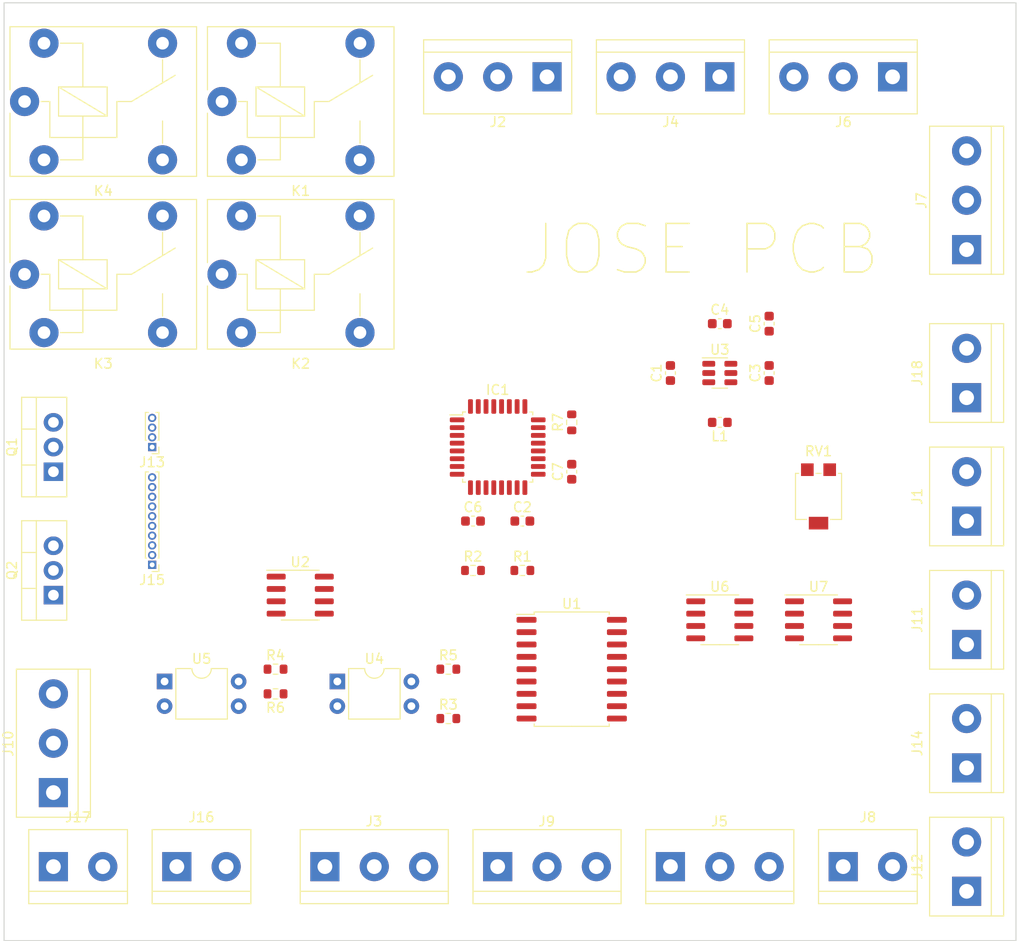
<source format=kicad_pcb>
(kicad_pcb (version 20211014) (generator pcbnew)
  (layers (0 "F.Cu" signal) (31 "B.Cu" signal) (34 "B.Paste" user) (35 "F.Paste" user) (36 "B.SilkS" user "B.Silkscreen") (37 "F.SilkS" user "F.Silkscreen") (38 "B.Mask" user) (39 "F.Mask" user) (44 "Edge.Cuts" user))
  (net 0 "")
  (net 1 "+12V")
  (net 2 "GND")
  (net 3 "TDS")
  (net 4 "Net-(C3-Pad1)")
  (net 5 "Net-(C3-Pad2)")
  (net 6 "+5V")
  (net 7 "PH")
  (net 10 "TX")
  (net 11 "RX")
  (net 12 "SDA")
  (net 13 "SCL")
  (net 15 "Rele1")
  (net 16 "Rele2")
  (net 17 "Rele3")
  (net 18 "Rele4")
  (net 19 "DHT11")
  (net 20 "ADC")
  (net 23 "LUZ_A")
  (net 24 "LUZ_B")
  (net 25 "Bomba2")
  (net 26 "Bomba1")
  (net 31 "Aux1")
  (net 32 "Aux2")
  (net 33 "Net-(J2-Pad1)")
  (net 34 "Net-(J2-Pad2)")
  (net 35 "Net-(J2-Pad3)")
  (net 36 "Net-(J3-Pad1)")
  (net 37 "Net-(J3-Pad2)")
  (net 38 "Net-(J4-Pad1)")
  (net 39 "Net-(J4-Pad2)")
  (net 40 "Net-(J4-Pad3)")
  (net 41 "Net-(J5-Pad3)")
  (net 42 "Net-(J6-Pad1)")
  (net 43 "Net-(J6-Pad2)")
  (net 44 "Net-(J6-Pad3)")
  (net 45 "Net-(J7-Pad1)")
  (net 46 "Net-(J7-Pad2)")
  (net 47 "Net-(J7-Pad3)")
  (net 48 "Net-(J9-Pad3)")
  (net 49 "Dht11")
  (net 50 "Net-(K1-PadA2)")
  (net 51 "Net-(K2-PadA2)")
  (net 52 "Net-(K3-PadA2)")
  (net 53 "Net-(K4-PadA2)")
  (net 54 "Net-(Q1-Pad1)")
  (net 55 "Net-(Q2-Pad1)")
  (net 56 "Nivel_bajo")
  (net 57 "Nivel_alto")
  (net 58 "Net-(R5-Pad1)")
  (net 59 "Net-(R6-Pad1)")
  (net 60 "Digital")
  (net 61 "Digital_1")
  (net 62 "ldr")
  (net 63 "Net-(J16-Pad1)")
  (net 64 "Net-(J17-Pad1)")
  (net 68 "Luz_A")
  (net 69 "Luz_B")
  (net 71 "Net-(J1-Pad1)")
  (net 72 "Net-(J11-Pad1)")
  (net 73 "Net-(J12-Pad1)")
  (net 74 "Net-(J14-Pad1)")
  (net 75 "Net-(J18-Pad1)")
  (net 76 "Net-(R1-Pad1)")
  (net 77 "Net-(R2-Pad1)")
  (net 78 "Net-(R7-Pad1)")
  (footprint "Package_SO:SOIC-8_3.9x4.9mm_P1.27mm" (layer "F.Cu") (at 121.92 109.22)
    (fp_text reference "U2" (at 0 -3.4) (layer "F.SilkS"))
    (fp_text value "MIC4427")
    (pad "1" smd roundrect (at -2.475 -1.905) (size 1.95 0.6) (layers "F.Cu" "F.Paste" "F.Mask"))
    (pad "2" smd roundrect (at -2.475 -0.635) (size 1.95 0.6) (layers "F.Cu" "F.Paste" "F.Mask") (net 68 "Luz_A"))
    (pad "3" smd roundrect (at -2.475 0.635) (size 1.95 0.6) (layers "F.Cu" "F.Paste" "F.Mask") (net 2 "GND"))
    (pad "4" smd roundrect (at -2.475 1.905) (size 1.95 0.6) (layers "F.Cu" "F.Paste" "F.Mask") (net 69 "Luz_B"))
    (pad "5" smd roundrect (at 2.475 1.905) (size 1.95 0.6) (layers "F.Cu" "F.Paste" "F.Mask") (net 55 "Net-(Q2-Pad1)"))
    (pad "6" smd roundrect (at 2.475 0.635) (size 1.95 0.6) (layers "F.Cu" "F.Paste" "F.Mask") (net 6 "+5V"))
    (pad "7" smd roundrect (at 2.475 -0.635) (size 1.95 0.6) (layers "F.Cu" "F.Paste" "F.Mask") (net 54 "Net-(Q1-Pad1)"))
    (pad "8" smd roundrect (at 2.475 -1.905) (size 1.95 0.6) (layers "F.Cu" "F.Paste" "F.Mask"))
  )
  (footprint "TerminalBlock:TerminalBlock_bornier-2_P5.08mm" (layer "F.Cu") (at 190.5 114.3 90)
    (fp_text reference "J11" (at 2.54 -5.08 90) (layer "F.SilkS"))
    (fp_text value "Bomba2")
    (pad "1" thru_hole rect (at 0 0 90) (size 3 3) (drill 1.52) (layers *.Cu *.Mask) (net 72 "Net-(J11-Pad1)"))
    (pad "2" thru_hole circle (at 5.08 0 90) (size 3 3) (drill 1.52) (layers *.Cu *.Mask) (net 1 "+12V"))
  )
  (footprint "Potentiometer_SMD:Potentiometer_Bourns_3314G_Vertical" (layer "F.Cu") (at 175.26 99.06)
    (fp_text reference "RV1" (at 0 -4.65) (layer "F.SilkS"))
    (fp_text value "R_Potentiometer")
    (pad "1" smd rect (at 1.15 -2.75) (size 1.3 1.3) (layers "F.Cu" "F.Paste" "F.Mask") (net 75 "Net-(J18-Pad1)"))
    (pad "2" smd rect (at 0 2.75) (size 2 1.3) (layers "F.Cu" "F.Paste" "F.Mask") (net 2 "GND"))
    (pad "3" smd rect (at -1.15 -2.75) (size 1.3 1.3) (layers "F.Cu" "F.Paste" "F.Mask") (net 2 "GND"))
  )
  (footprint "Relay_THT:Relay_SPDT_Finder_36.11" (layer "F.Cu") (at 93.55 76.2)
    (fp_text reference "K3" (at 8.1 9.2) (layer "F.SilkS"))
    (fp_text value "FINDER-36.11")
    (pad "11" thru_hole circle (at 0 0) (size 3 3) (drill 1.3) (layers *.Cu *.Mask) (net 44 "Net-(J6-Pad3)"))
    (pad "12" thru_hole circle (at 14.2 -6) (size 3 3) (drill 1.3) (layers *.Cu *.Mask) (net 42 "Net-(J6-Pad1)"))
    (pad "14" thru_hole circle (at 14.2 6) (size 3 3) (drill 1.3) (layers *.Cu *.Mask) (net 43 "Net-(J6-Pad2)"))
    (pad "A1" thru_hole circle (at 2 6) (size 3 3) (drill 1.3) (layers *.Cu *.Mask) (net 2 "GND"))
    (pad "A2" thru_hole circle (at 2 -6) (size 3 3) (drill 1.3) (layers *.Cu *.Mask) (net 52 "Net-(K3-PadA2)"))
  )
  (footprint "Relay_THT:Relay_SPDT_Finder_36.11" (layer "F.Cu") (at 93.55 58.42)
    (fp_text reference "K4" (at 8.1 9.2) (layer "F.SilkS"))
    (fp_text value "FINDER-36.11")
    (pad "11" thru_hole circle (at 0 0) (size 3 3) (drill 1.3) (layers *.Cu *.Mask) (net 47 "Net-(J7-Pad3)"))
    (pad "12" thru_hole circle (at 14.2 -6) (size 3 3) (drill 1.3) (layers *.Cu *.Mask) (net 45 "Net-(J7-Pad1)"))
    (pad "14" thru_hole circle (at 14.2 6) (size 3 3) (drill 1.3) (layers *.Cu *.Mask) (net 46 "Net-(J7-Pad2)"))
    (pad "A1" thru_hole circle (at 2 6) (size 3 3) (drill 1.3) (layers *.Cu *.Mask) (net 2 "GND"))
    (pad "A2" thru_hole circle (at 2 -6) (size 3 3) (drill 1.3) (layers *.Cu *.Mask) (net 53 "Net-(K4-PadA2)"))
  )
  (footprint "TerminalBlock:TerminalBlock_bornier-3_P5.08mm" (layer "F.Cu") (at 142.24 137.16)
    (fp_text reference "J9" (at 5.05 -4.65) (layer "F.SilkS"))
    (fp_text value "PH")
    (pad "1" thru_hole rect (at 0 0) (size 3 3) (drill 1.52) (layers *.Cu *.Mask) (net 2 "GND"))
    (pad "2" thru_hole circle (at 5.08 0) (size 3 3) (drill 1.52) (layers *.Cu *.Mask) (net 6 "+5V"))
    (pad "3" thru_hole circle (at 10.16 0) (size 3 3) (drill 1.52) (layers *.Cu *.Mask) (net 48 "Net-(J9-Pad3)"))
  )
  (footprint "Capacitor_SMD:C_0603_1608Metric" (layer "F.Cu") (at 165.1 81.28)
    (fp_text reference "C4" (at 0 -1.43) (layer "F.SilkS"))
    (fp_text value "22uF")
    (pad "1" smd roundrect (at -0.775 0) (size 0.9 0.95) (layers "F.Cu" "F.Paste" "F.Mask") (net 6 "+5V"))
    (pad "2" smd roundrect (at 0.775 0) (size 0.9 0.95) (layers "F.Cu" "F.Paste" "F.Mask") (net 2 "GND"))
  )
  (footprint "Resistor_SMD:R_0603_1608Metric" (layer "F.Cu") (at 119.38 116.84)
    (fp_text reference "R4" (at 0 -1.43) (layer "F.SilkS"))
    (fp_text value "5k")
    (pad "1" smd roundrect (at -0.825 0) (size 0.8 0.95) (layers "F.Cu" "F.Paste" "F.Mask"))
    (pad "2" smd roundrect (at 0.825 0) (size 0.8 0.95) (layers "F.Cu" "F.Paste" "F.Mask") (net 57 "Nivel_alto"))
  )
  (footprint "Connector_PinHeader_1.00mm:PinHeader_1x04_P1.00mm_Vertical" (layer "F.Cu") (at 106.68 93.98 180)
    (fp_text reference "J13" (at 0 -1.56) (layer "F.SilkS"))
    (fp_text value "LCD")
    (pad "1" thru_hole rect (at 0 0 180) (size 0.85 0.85) (drill 0.5) (layers *.Cu *.Mask) (net 6 "+5V"))
    (pad "2" thru_hole oval (at 0 1 180) (size 0.85 0.85) (drill 0.5) (layers *.Cu *.Mask) (net 2 "GND"))
    (pad "3" thru_hole oval (at 0 2 180) (size 0.85 0.85) (drill 0.5) (layers *.Cu *.Mask) (net 12 "SDA"))
    (pad "4" thru_hole oval (at 0 3 180) (size 0.85 0.85) (drill 0.5) (layers *.Cu *.Mask) (net 13 "SCL"))
  )
  (footprint "Resistor_SMD:R_0603_1608Metric" (layer "F.Cu") (at 119.38 119.38 180)
    (fp_text reference "R6" (at 0 -1.43) (layer "F.SilkS"))
    (fp_text value "1k")
    (pad "1" smd roundrect (at -0.825 0 180) (size 0.8 0.95) (layers "F.Cu" "F.Paste" "F.Mask") (net 59 "Net-(R6-Pad1)"))
    (pad "2" smd roundrect (at 0.825 0 180) (size 0.8 0.95) (layers "F.Cu" "F.Paste" "F.Mask") (net 64 "Net-(J17-Pad1)"))
  )
  (footprint "TerminalBlock:TerminalBlock_bornier-2_P5.08mm" (layer "F.Cu") (at 190.5 139.7 90)
    (fp_text reference "J12" (at 2.54 -5.08 90) (layer "F.SilkS"))
    (fp_text value "Aux1")
    (pad "1" thru_hole rect (at 0 0 90) (size 3 3) (drill 1.52) (layers *.Cu *.Mask) (net 73 "Net-(J12-Pad1)"))
    (pad "2" thru_hole circle (at 5.08 0 90) (size 3 3) (drill 1.52) (layers *.Cu *.Mask) (net 1 "+12V"))
  )
  (footprint "Capacitor_SMD:C_0603_1608Metric" (layer "F.Cu") (at 144.78 101.6)
    (fp_text reference "C2" (at 0 -1.43) (layer "F.SilkS"))
    (fp_text value "100nF")
    (pad "1" smd roundrect (at -0.775 0) (size 0.9 0.95) (layers "F.Cu" "F.Paste" "F.Mask") (net 3 "TDS"))
    (pad "2" smd roundrect (at 0.775 0) (size 0.9 0.95) (layers "F.Cu" "F.Paste" "F.Mask") (net 2 "GND"))
  )
  (footprint "Package_SO:SOIC-8_3.9x4.9mm_P1.27mm" (layer "F.Cu") (at 165.1 111.76)
    (fp_text reference "U6" (at 0 -3.4) (layer "F.SilkS"))
    (fp_text value "LM358")
    (pad "1" smd roundrect (at -2.475 -1.905) (size 1.95 0.6) (layers "F.Cu" "F.Paste" "F.Mask") (net 76 "Net-(R1-Pad1)"))
    (pad "2" smd roundrect (at -2.475 -0.635) (size 1.95 0.6) (layers "F.Cu" "F.Paste" "F.Mask") (net 76 "Net-(R1-Pad1)"))
    (pad "3" smd roundrect (at -2.475 0.635) (size 1.95 0.6) (layers "F.Cu" "F.Paste" "F.Mask") (net 41 "Net-(J5-Pad3)"))
    (pad "4" smd roundrect (at -2.475 1.905) (size 1.95 0.6) (layers "F.Cu" "F.Paste" "F.Mask") (net 2 "GND"))
    (pad "5" smd roundrect (at 2.475 1.905) (size 1.95 0.6) (layers "F.Cu" "F.Paste" "F.Mask"))
    (pad "6" smd roundrect (at 2.475 0.635) (size 1.95 0.6) (layers "F.Cu" "F.Paste" "F.Mask"))
    (pad "7" smd roundrect (at 2.475 -0.635) (size 1.95 0.6) (layers "F.Cu" "F.Paste" "F.Mask"))
    (pad "8" smd roundrect (at 2.475 -1.905) (size 1.95 0.6) (layers "F.Cu" "F.Paste" "F.Mask") (net 6 "+5V"))
  )
  (footprint "TerminalBlock:TerminalBlock_bornier-3_P5.08mm" (layer "F.Cu") (at 182.88 55.88 180)
    (fp_text reference "J6" (at 5.05 -4.65) (layer "F.SilkS"))
    (fp_text value "Rele3")
    (pad "1" thru_hole rect (at 0 0 180) (size 3 3) (drill 1.52) (layers *.Cu *.Mask) (net 42 "Net-(J6-Pad1)"))
    (pad "2" thru_hole circle (at 5.08 0 180) (size 3 3) (drill 1.52) (layers *.Cu *.Mask) (net 43 "Net-(J6-Pad2)"))
    (pad "3" thru_hole circle (at 10.16 0 180) (size 3 3) (drill 1.52) (layers *.Cu *.Mask) (net 44 "Net-(J6-Pad3)"))
  )
  (footprint "Capacitor_SMD:C_0603_1608Metric" (layer "F.Cu") (at 149.86 96.52 90)
    (fp_text reference "C7" (at 0 -1.43 90) (layer "F.SilkS"))
    (fp_text value "100nF")
    (pad "1" smd roundrect (at -0.775 0 90) (size 0.9 0.95) (layers "F.Cu" "F.Paste" "F.Mask") (net 62 "ldr"))
    (pad "2" smd roundrect (at 0.775 0 90) (size 0.9 0.95) (layers "F.Cu" "F.Paste" "F.Mask") (net 2 "GND"))
  )
  (footprint "TerminalBlock:TerminalBlock_bornier-2_P5.08mm" (layer "F.Cu") (at 177.8 137.16)
    (fp_text reference "J8" (at 2.54 -5.08) (layer "F.SilkS"))
    (fp_text value "ENTRADA")
    (pad "1" thru_hole rect (at 0 0) (size 3 3) (drill 1.52) (layers *.Cu *.Mask) (net 1 "+12V"))
    (pad "2" thru_hole circle (at 5.08 0) (size 3 3) (drill 1.52) (layers *.Cu *.Mask) (net 2 "GND"))
  )
  (footprint "Capacitor_SMD:C_0603_1608Metric" (layer "F.Cu") (at 170.18 81.28 90)
    (fp_text reference "C5" (at 0 -1.43 90) (layer "F.SilkS"))
    (fp_text value "22uF")
    (pad "1" smd roundrect (at -0.775 0 90) (size 0.9 0.95) (layers "F.Cu" "F.Paste" "F.Mask") (net 6 "+5V"))
    (pad "2" smd roundrect (at 0.775 0 90) (size 0.9 0.95) (layers "F.Cu" "F.Paste" "F.Mask") (net 2 "GND"))
  )
  (footprint "TerminalBlock:TerminalBlock_bornier-3_P5.08mm" (layer "F.Cu") (at 165.1 55.88 180)
    (fp_text reference "J4" (at 5.05 -4.65) (layer "F.SilkS"))
    (fp_text value "Rele2")
    (pad "1" thru_hole rect (at 0 0 180) (size 3 3) (drill 1.52) (layers *.Cu *.Mask) (net 38 "Net-(J4-Pad1)"))
    (pad "2" thru_hole circle (at 5.08 0 180) (size 3 3) (drill 1.52) (layers *.Cu *.Mask) (net 39 "Net-(J4-Pad2)"))
    (pad "3" thru_hole circle (at 10.16 0 180) (size 3 3) (drill 1.52) (layers *.Cu *.Mask) (net 40 "Net-(J4-Pad3)"))
  )
  (footprint "TerminalBlock:TerminalBlock_bornier-3_P5.08mm" (layer "F.Cu") (at 147.32 55.88 180)
    (fp_text reference "J2" (at 5.05 -4.65) (layer "F.SilkS"))
    (fp_text value "Rele1")
    (pad "1" thru_hole rect (at 0 0 180) (size 3 3) (drill 1.52) (layers *.Cu *.Mask) (net 33 "Net-(J2-Pad1)"))
    (pad "2" thru_hole circle (at 5.08 0 180) (size 3 3) (drill 1.52) (layers *.Cu *.Mask) (net 34 "Net-(J2-Pad2)"))
    (pad "3" thru_hole circle (at 10.16 0 180) (size 3 3) (drill 1.52) (layers *.Cu *.Mask) (net 35 "Net-(J2-Pad3)"))
  )
  (footprint "TerminalBlock:TerminalBlock_bornier-2_P5.08mm" (layer "F.Cu") (at 190.5 88.9 90)
    (fp_text reference "J18" (at 2.54 -5.08 90) (layer "F.SilkS"))
    (fp_text value "LDR")
    (pad "1" thru_hole rect (at 0 0 90) (size 3 3) (drill 1.52) (layers *.Cu *.Mask) (net 75 "Net-(J18-Pad1)"))
    (pad "2" thru_hole circle (at 5.08 0 90) (size 3 3) (drill 1.52) (layers *.Cu *.Mask) (net 6 "+5V"))
  )
  (footprint "Package_DIP:DIP-4_W7.62mm" (layer "F.Cu") (at 107.96 118.105)
    (fp_text reference "U5" (at 3.81 -2.33) (layer "F.SilkS"))
    (fp_text value "PC817")
    (pad "1" thru_hole rect (at 0 0) (size 1.6 1.6) (drill 0.8) (layers *.Cu *.Mask) (net 59 "Net-(R6-Pad1)"))
    (pad "2" thru_hole oval (at 0 2.54) (size 1.6 1.6) (drill 0.8) (layers *.Cu *.Mask) (net 2 "GND"))
    (pad "3" thru_hole oval (at 7.62 2.54) (size 1.6 1.6) (drill 0.8) (layers *.Cu *.Mask) (net 2 "GND"))
    (pad "4" thru_hole oval (at 7.62 0) (size 1.6 1.6) (drill 0.8) (layers *.Cu *.Mask) (net 57 "Nivel_alto"))
  )
  (footprint "Resistor_SMD:R_0603_1608Metric" (layer "F.Cu") (at 137.16 121.92)
    (fp_text reference "R3" (at 0 -1.43) (layer "F.SilkS"))
    (fp_text value "5k")
    (pad "1" smd roundrect (at -0.825 0) (size 0.8 0.95) (layers "F.Cu" "F.Paste" "F.Mask"))
    (pad "2" smd roundrect (at 0.825 0) (size 0.8 0.95) (layers "F.Cu" "F.Paste" "F.Mask") (net 56 "Nivel_bajo"))
  )
  (footprint "Package_SO:SOIC-18W_7.5x11.6mm_P1.27mm" (layer "F.Cu") (at 149.86 116.84)
    (fp_text reference "U1" (at 0 -6.72) (layer "F.SilkS"))
    (fp_text value "ULN2803A")
    (pad "1" smd roundrect (at -4.65 -5.08) (size 2.05 0.6) (layers "F.Cu" "F.Paste" "F.Mask") (net 15 "Rele1"))
    (pad "2" smd roundrect (at -4.65 -3.81) (size 2.05 0.6) (layers "F.Cu" "F.Paste" "F.Mask") (net 16 "Rele2"))
    (pad "3" smd roundrect (at -4.65 -2.54) (size 2.05 0.6) (layers "F.Cu" "F.Paste" "F.Mask") (net 17 "Rele3"))
    (pad "4" smd roundrect (at -4.65 -1.27) (size 2.05 0.6) (layers "F.Cu" "F.Paste" "F.Mask") (net 18 "Rele4"))
    (pad "5" smd roundrect (at -4.65 0) (size 2.05 0.6) (layers "F.Cu" "F.Paste" "F.Mask") (net 26 "Bomba1"))
    (pad "6" smd roundrect (at -4.65 1.27) (size 2.05 0.6) (layers "F.Cu" "F.Paste" "F.Mask") (net 25 "Bomba2"))
    (pad "7" smd roundrect (at -4.65 2.54) (size 2.05 0.6) (layers "F.Cu" "F.Paste" "F.Mask") (net 31 "Aux1"))
    (pad "8" smd roundrect (at -4.65 3.81) (size 2.05 0.6) (layers "F.Cu" "F.Paste" "F.Mask") (net 32 "Aux2"))
    (pad "9" smd roundrect (at -4.65 5.08) (size 2.05 0.6) (layers "F.Cu" "F.Paste" "F.Mask") (net 2 "GND"))
    (pad "10" smd roundrect (at 4.65 5.08) (size 2.05 0.6) (layers "F.Cu" "F.Paste" "F.Mask") (net 1 "+12V"))
    (pad "11" smd roundrect (at 4.65 3.81) (size 2.05 0.6) (layers "F.Cu" "F.Paste" "F.Mask") (net 74 "Net-(J14-Pad1)"))
    (pad "12" smd roundrect (at 4.65 2.54) (size 2.05 0.6) (layers "F.Cu" "F.Paste" "F.Mask") (net 73 "Net-(J12-Pad1)"))
    (pad "13" smd roundrect (at 4.65 1.27) (size 2.05 0.6) (layers "F.Cu" "F.Paste" "F.Mask") (net 72 "Net-(J11-Pad1)"))
    (pad "14" smd roundrect (at 4.65 0) (size 2.05 0.6) (layers "F.Cu" "F.Paste" "F.Mask") (net 71 "Net-(J1-Pad1)"))
    (pad "15" smd roundrect (at 4.65 -1.27) (size 2.05 0.6) (layers "F.Cu" "F.Paste" "F.Mask") (net 53 "Net-(K4-PadA2)"))
    (pad "16" smd roundrect (at 4.65 -2.54) (size 2.05 0.6) (layers "F.Cu" "F.Paste" "F.Mask") (net 52 "Net-(K3-PadA2)"))
    (pad "17" smd roundrect (at 4.65 -3.81) (size 2.05 0.6) (layers "F.Cu" "F.Paste" "F.Mask") (net 51 "Net-(K2-PadA2)"))
    (pad "18" smd roundrect (at 4.65 -5.08) (size 2.05 0.6) (layers "F.Cu" "F.Paste" "F.Mask") (net 50 "Net-(K1-PadA2)"))
  )
  (footprint "Package_TO_SOT_THT:TO-220-3_Vertical" (layer "F.Cu") (at 96.52 109.22 90)
    (fp_text reference "Q2" (at 2.54 -4.27 90) (layer "F.SilkS"))
    (fp_text value "IRF3205")
    (pad "1" thru_hole rect (at 0 0 90) (size 1.905 2) (drill 1.1) (layers *.Cu *.Mask) (net 55 "Net-(Q2-Pad1)"))
    (pad "2" thru_hole oval (at 2.54 0 90) (size 1.905 2) (drill 1.1) (layers *.Cu *.Mask) (net 37 "Net-(J3-Pad2)"))
    (pad "3" thru_hole oval (at 5.08 0 90) (size 1.905 2) (drill 1.1) (layers *.Cu *.Mask) (net 2 "GND"))
  )
  (footprint "Resistor_SMD:R_0603_1608Metric" (layer "F.Cu") (at 149.86 91.44 90)
    (fp_text reference "R7" (at 0 -1.43 90) (layer "F.SilkS"))
    (fp_text value "1k")
    (pad "1" smd roundrect (at -0.825 0 90) (size 0.8 0.95) (layers "F.Cu" "F.Paste" "F.Mask") (net 78 "Net-(R7-Pad1)"))
    (pad "2" smd roundrect (at 0.825 0 90) (size 0.8 0.95) (layers "F.Cu" "F.Paste" "F.Mask") (net 62 "ldr"))
  )
  (footprint "Package_TO_SOT_THT:TO-220-3_Vertical" (layer "F.Cu") (at 96.52 96.52 90)
    (fp_text reference "Q1" (at 2.54 -4.27 90) (layer "F.SilkS"))
    (fp_text value "IRF3205")
    (pad "1" thru_hole rect (at 0 0 90) (size 1.905 2) (drill 1.1) (layers *.Cu *.Mask) (net 54 "Net-(Q1-Pad1)"))
    (pad "2" thru_hole oval (at 2.54 0 90) (size 1.905 2) (drill 1.1) (layers *.Cu *.Mask) (net 36 "Net-(J3-Pad1)"))
    (pad "3" thru_hole oval (at 5.08 0 90) (size 1.905 2) (drill 1.1) (layers *.Cu *.Mask) (net 2 "GND"))
  )
  (footprint "Resistor_SMD:R_0603_1608Metric" (layer "F.Cu") (at 139.7 106.68)
    (fp_text reference "R2" (at 0 -1.43) (layer "F.SilkS"))
    (fp_text value "1k")
    (pad "1" smd roundrect (at -0.825 0) (size 0.8 0.95) (layers "F.Cu" "F.Paste" "F.Mask") (net 77 "Net-(R2-Pad1)"))
    (pad "2" smd roundrect (at 0.825 0) (size 0.8 0.95) (layers "F.Cu" "F.Paste" "F.Mask") (net 7 "PH"))
  )
  (footprint "Capacitor_SMD:C_0603_1608Metric" (layer "F.Cu") (at 139.7 101.6)
    (fp_text reference "C6" (at 0 -1.43) (layer "F.SilkS"))
    (fp_text value "100nF")
    (pad "1" smd roundrect (at -0.775 0) (size 0.9 0.95) (layers "F.Cu" "F.Paste" "F.Mask") (net 7 "PH"))
    (pad "2" smd roundrect (at 0.775 0) (size 0.9 0.95) (layers "F.Cu" "F.Paste" "F.Mask") (net 2 "GND"))
  )
  (footprint "TerminalBlock:TerminalBlock_bornier-2_P5.08mm" (layer "F.Cu") (at 190.5 127 90)
    (fp_text reference "J14" (at 2.54 -5.08 90) (layer "F.SilkS"))
    (fp_text value "Aux2")
    (pad "1" thru_hole rect (at 0 0 90) (size 3 3) (drill 1.52) (layers *.Cu *.Mask) (net 74 "Net-(J14-Pad1)"))
    (pad "2" thru_hole circle (at 5.08 0 90) (size 3 3) (drill 1.52) (layers *.Cu *.Mask) (net 1 "+12V"))
  )
  (footprint "TerminalBlock:TerminalBlock_bornier-3_P5.08mm" (layer "F.Cu") (at 190.5 73.66 90)
    (fp_text reference "J7" (at 5.05 -4.65 90) (layer "F.SilkS"))
    (fp_text value "Rele4")
    (pad "1" thru_hole rect (at 0 0 90) (size 3 3) (drill 1.52) (layers *.Cu *.Mask) (net 45 "Net-(J7-Pad1)"))
    (pad "2" thru_hole circle (at 5.08 0 90) (size 3 3) (drill 1.52) (layers *.Cu *.Mask) (net 46 "Net-(J7-Pad2)"))
    (pad "3" thru_hole circle (at 10.16 0 90) (size 3 3) (drill 1.52) (layers *.Cu *.Mask) (net 47 "Net-(J7-Pad3)"))
  )
  (footprint "TerminalBlock:TerminalBlock_bornier-3_P5.08mm" (layer "F.Cu") (at 96.52 129.54 90)
    (fp_text reference "J10" (at 5.05 -4.65 90) (layer "F.SilkS"))
    (fp_text value "DHT11")
    (pad "1" thru_hole rect (at 0 0 90) (size 3 3) (drill 1.52) (layers *.Cu *.Mask) (net 49 "Dht11"))
    (pad "2" thru_hole circle (at 5.08 0 90) (size 3 3) (drill 1.52) (layers *.Cu *.Mask) (net 6 "+5V"))
    (pad "3" thru_hole circle (at 10.16 0 90) (size 3 3) (drill 1.52) (layers *.Cu *.Mask) (net 2 "GND"))
  )
  (footprint "Package_DIP:DIP-4_W7.62mm" (layer "F.Cu") (at 125.74 118.105)
    (fp_text reference "U4" (at 3.81 -2.33) (layer "F.SilkS"))
    (fp_text value "PC817")
    (pad "1" thru_hole rect (at 0 0) (size 1.6 1.6) (drill 0.8) (layers *.Cu *.Mask) (net 58 "Net-(R5-Pad1)"))
    (pad "2" thru_hole oval (at 0 2.54) (size 1.6 1.6) (drill 0.8) (layers *.Cu *.Mask) (net 2 "GND"))
    (pad "3" thru_hole oval (at 7.62 2.54) (size 1.6 1.6) (drill 0.8) (layers *.Cu *.Mask) (net 2 "GND"))
    (pad "4" thru_hole oval (at 7.62 0) (size 1.6 1.6) (drill 0.8) (layers *.Cu *.Mask) (net 56 "Nivel_bajo"))
  )
  (footprint "Inductor_SMD:L_0603_1608Metric" (layer "F.Cu") (at 165.1 91.44 180)
    (fp_text reference "L1" (at 0 -1.43) (layer "F.SilkS"))
    (fp_text value "L")
    (pad "1" smd roundrect (at -0.7875 0 180) (size 0.875 0.95) (layers "F.Cu" "F.Paste" "F.Mask") (net 4 "Net-(C3-Pad1)"))
    (pad "2" smd roundrect (at 0.7875 0 180) (size 0.875 0.95) (layers "F.Cu" "F.Paste" "F.Mask") (net 6 "+5V"))
  )
  (footprint "TerminalBlock:TerminalBlock_bornier-3_P5.08mm" (layer "F.Cu") (at 160.02 137.16)
    (fp_text reference "J5" (at 5.05 -4.65) (layer "F.SilkS"))
    (fp_text value "TDS")
    (pad "1" thru_hole rect (at 0 0) (size 3 3) (drill 1.52) (layers *.Cu *.Mask) (net 2 "GND"))
    (pad "2" thru_hole circle (at 5.08 0) (size 3 3) (drill 1.52) (layers *.Cu *.Mask) (net 6 "+5V"))
    (pad "3" thru_hole circle (at 10.16 0) (size 3 3) (drill 1.52) (layers *.Cu *.Mask) (net 41 "Net-(J5-Pad3)"))
  )
  (footprint "Relay_THT:Relay_SPDT_Finder_36.11" (layer "F.Cu") (at 113.87 58.42)
    (fp_text reference "K1" (at 8.1 9.2) (layer "F.SilkS"))
    (fp_text value "FINDER-36.11")
    (pad "11" thru_hole circle (at 0 0) (size 3 3) (drill 1.3) (layers *.Cu *.Mask) (net 35 "Net-(J2-Pad3)"))
    (pad "12" thru_hole circle (at 14.2 -6) (size 3 3) (drill 1.3) (layers *.Cu *.Mask) (net 33 "Net-(J2-Pad1)"))
    (pad "14" thru_hole circle (at 14.2 6) (size 3 3) (drill 1.3) (layers *.Cu *.Mask) (net 34 "Net-(J2-Pad2)"))
    (pad "A1" thru_hole circle (at 2 6) (size 3 3) (drill 1.3) (layers *.Cu *.Mask) (net 2 "GND"))
    (pad "A2" thru_hole circle (at 2 -6) (size 3 3) (drill 1.3) (layers *.Cu *.Mask) (net 50 "Net-(K1-PadA2)"))
  )
  (footprint "Capacitor_SMD:C_0603_1608Metric" (layer "F.Cu") (at 170.18 86.36 90)
    (fp_text reference "C3" (at 0 -1.43 90) (layer "F.SilkS"))
    (fp_text value "100nF")
    (pad "1" smd roundrect (at -0.775 0 90) (size 0.9 0.95) (layers "F.Cu" "F.Paste" "F.Mask") (net 4 "Net-(C3-Pad1)"))
    (pad "2" smd roundrect (at 0.775 0 90) (size 0.9 0.95) (layers "F.Cu" "F.Paste" "F.Mask") (net 5 "Net-(C3-Pad2)"))
  )
  (footprint "Resistor_SMD:R_0603_1608Metric" (layer "F.Cu") (at 137.16 116.84)
    (fp_text reference "R5" (at 0 -1.43) (layer "F.SilkS"))
    (fp_text value "1k")
    (pad "1" smd roundrect (at -0.825 0) (size 0.8 0.95) (layers "F.Cu" "F.Paste" "F.Mask") (net 58 "Net-(R5-Pad1)"))
    (pad "2" smd roundrect (at 0.825 0) (size 0.8 0.95) (layers "F.Cu" "F.Paste" "F.Mask") (net 63 "Net-(J16-Pad1)"))
  )
  (footprint "Connector_PinHeader_1.00mm:PinHeader_1x10_P1.00mm_Vertical" (layer "F.Cu") (at 106.68 106.1 180)
    (fp_text reference "J15" (at 0 -1.56) (layer "F.SilkS"))
    (fp_text value "Expansion ")
    (pad "1" thru_hole rect (at 0 0 180) (size 0.85 0.85) (drill 0.5) (layers *.Cu *.Mask) (net 11 "RX"))
    (pad "2" thru_hole oval (at 0 1 180) (size 0.85 0.85) (drill 0.5) (layers *.Cu *.Mask) (net 10 "TX"))
    (pad "3" thru_hole oval (at 0 2 180) (size 0.85 0.85) (drill 0.5) (layers *.Cu *.Mask) (net 12 "SDA"))
    (pad "4" thru_hole oval (at 0 3 180) (size 0.85 0.85) (drill 0.5) (layers *.Cu *.Mask) (net 13 "SCL"))
    (pad "5" thru_hole oval (at 0 4 180) (size 0.85 0.85) (drill 0.5) (layers *.Cu *.Mask) (net 6 "+5V"))
    (pad "6" thru_hole oval (at 0 5 180) (size 0.85 0.85) (drill 0.5) (layers *.Cu *.Mask) (net 2 "GND"))
    (pad "7" thru_hole oval (at 0 6 180) (size 0.85 0.85) (drill 0.5) (layers *.Cu *.Mask) (net 2 "GND"))
    (pad "8" thru_hole oval (at 0 7 180) (size 0.85 0.85) (drill 0.5) (layers *.Cu *.Mask) (net 20 "ADC"))
    (pad "9" thru_hole oval (at 0 8 180) (size 0.85 0.85) (drill 0.5) (layers *.Cu *.Mask) (net 60 "Digital"))
    (pad "10" thru_hole oval (at 0 9 180) (size 0.85 0.85) (drill 0.5) (layers *.Cu *.Mask) (net 61 "Digital_1"))
  )
  (footprint "TerminalBlock:TerminalBlock_bornier-2_P5.08mm" (layer "F.Cu") (at 109.22 137.16)
    (fp_text reference "J16" (at 2.54 -5.08) (layer "F.SilkS"))
    (fp_text value "NIVEL BAJO")
    (pad "1" thru_hole rect (at 0 0) (size 3 3) (drill 1.52) (layers *.Cu *.Mask) (net 63 "Net-(J16-Pad1)"))
    (pad "2" thru_hole circle (at 5.08 0) (size 3 3) (drill 1.52) (layers *.Cu *.Mask) (net 6 "+5V"))
  )
  (footprint "Resistor_SMD:R_0603_1608Metric" (layer "F.Cu") (at 144.78 106.68)
    (fp_text reference "R1" (at 0 -1.43) (layer "F.SilkS"))
    (fp_text value "1k")
    (pad "1" smd roundrect (at -0.825 0) (size 0.8 0.95) (layers "F.Cu" "F.Paste" "F.Mask") (net 76 "Net-(R1-Pad1)"))
    (pad "2" smd roundrect (at 0.825 0) (size 0.8 0.95) (layers "F.Cu" "F.Paste" "F.Mask") (net 3 "TDS"))
  )
  (footprint "Relay_THT:Relay_SPDT_Finder_36.11" (layer "F.Cu") (at 113.87 76.2)
    (fp_text reference "K2" (at 8.1 9.2) (layer "F.SilkS"))
    (fp_text value "FINDER-36.11")
    (pad "11" thru_hole circle (at 0 0) (size 3 3) (drill 1.3) (layers *.Cu *.Mask) (net 40 "Net-(J4-Pad3)"))
    (pad "12" thru_hole circle (at 14.2 -6) (size 3 3) (drill 1.3) (layers *.Cu *.Mask) (net 38 "Net-(J4-Pad1)"))
    (pad "14" thru_hole circle (at 14.2 6) (size 3 3) (drill 1.3) (layers *.Cu *.Mask) (net 39 "Net-(J4-Pad2)"))
    (pad "A1" thru_hole circle (at 2 6) (size 3 3) (drill 1.3) (layers *.Cu *.Mask) (net 2 "GND"))
    (pad "A2" thru_hole circle (at 2 -6) (size 3 3) (drill 1.3) (layers *.Cu *.Mask) (net 51 "Net-(K2-PadA2)"))
  )
  (footprint "Package_QFP:LQFP-32_7x7mm_P0.8mm" (layer "F.Cu") (at 142.24 93.98)
    (fp_text reference "IC1" (at 0 -5.88) (layer "F.SilkS"))
    (fp_text value "MC9S08MP16xLC")
    (pad "1" smd roundrect (at -4.175 -2.8) (size 1.5 0.5) (layers "F.Cu" "F.Paste" "F.Mask") (net 56 "Nivel_bajo"))
    (pad "2" smd roundrect (at -4.175 -2) (size 1.5 0.5) (layers "F.Cu" "F.Paste" "F.Mask") (net 57 "Nivel_alto"))
    (pad "3" smd roundrect (at -4.175 -1.2) (size 1.5 0.5) (layers "F.Cu" "F.Paste" "F.Mask") (net 60 "Digital"))
    (pad "4" smd roundrect (at -4.175 -0.4) (size 1.5 0.5) (layers "F.Cu" "F.Paste" "F.Mask") (net 19 "DHT11"))
    (pad "5" smd roundrect (at -4.175 0.4) (size 1.5 0.5) (layers "F.Cu" "F.Paste" "F.Mask") (net 61 "Digital_1"))
    (pad "6" smd roundrect (at -4.175 1.2) (size 1.5 0.5) (layers "F.Cu" "F.Paste" "F.Mask"))
    (pad "7" smd roundrect (at -4.175 2) (size 1.5 0.5) (layers "F.Cu" "F.Paste" "F.Mask"))
    (pad "8" smd roundrect (at -4.175 2.8) (size 1.5 0.5) (layers "F.Cu" "F.Paste" "F.Mask") (net 10 "TX"))
    (pad "9" smd roundrect (at -2.8 4.175) (size 0.5 1.5) (layers "F.Cu" "F.Paste" "F.Mask") (net 11 "RX"))
    (pad "10" smd roundrect (at -2 4.175) (size 0.5 1.5) (layers "F.Cu" "F.Paste" "F.Mask") (net 12 "SDA"))
    (pad "11" smd roundrect (at -1.2 4.175) (size 0.5 1.5) (layers "F.Cu" "F.Paste" "F.Mask") (net 13 "SCL"))
    (pad "12" smd roundrect (at -0.4 4.175) (size 0.5 1.5) (layers "F.Cu" "F.Paste" "F.Mask"))
    (pad "13" smd roundrect (at 0.4 4.175) (size 0.5 1.5) (layers "F.Cu" "F.Paste" "F.Mask") (net 15 "Rele1"))
    (pad "14" smd roundrect (at 1.2 4.175) (size 0.5 1.5) (layers "F.Cu" "F.Paste" "F.Mask") (net 16 "Rele2"))
    (pad "15" smd roundrect (at 2 4.175) (size 0.5 1.5) (layers "F.Cu" "F.Paste" "F.Mask") (net 17 "Rele3"))
    (pad "16" smd roundrect (at 2.8 4.175) (size 0.5 1.5) (layers "F.Cu" "F.Paste" "F.Mask") (net 18 "Rele4"))
    (pad "17" smd roundrect (at 4.175 2.8) (size 1.5 0.5) (layers "F.Cu" "F.Paste" "F.Mask") (net 7 "PH"))
    (pad "18" smd roundrect (at 4.175 2) (size 1.5 0.5) (layers "F.Cu" "F.Paste" "F.Mask") (net 3 "TDS"))
    (pad "19" smd roundrect (at 4.175 1.2) (size 1.5 0.5) (layers "F.Cu" "F.Paste" "F.Mask") (net 62 "ldr"))
    (pad "20" smd roundrect (at 4.175 0.4) (size 1.5 0.5) (layers "F.Cu" "F.Paste" "F.Mask") (net 20 "ADC"))
    (pad "21" smd roundrect (at 4.175 -0.4) (size 1.5 0.5) (layers "F.Cu" "F.Paste" "F.Mask"))
    (pad "22" smd roundrect (at 4.175 -1.2) (size 1.5 0.5) (layers "F.Cu" "F.Paste" "F.Mask"))
    (pad "23" smd roundrect (at 4.175 -2) (size 1.5 0.5) (layers "F.Cu" "F.Paste" "F.Mask") (net 32 "Aux2"))
    (pad "24" smd roundrect (at 4.175 -2.8) (size 1.5 0.5) (layers "F.Cu" "F.Paste" "F.Mask") (net 31 "Aux1"))
    (pad "25" smd roundrect (at 2.8 -4.175) (size 0.5 1.5) (layers "F.Cu" "F.Paste" "F.Mask") (net 25 "Bomba2"))
    (pad "26" smd roundrect (at 2 -4.175) (size 0.5 1.5) (layers "F.Cu" "F.Paste" "F.Mask") (net 26 "Bomba1"))
    (pad "27" smd roundrect (at 1.2 -4.175) (size 0.5 1.5) (layers "F.Cu" "F.Paste" "F.Mask"))
    (pad "28" smd roundrect (at 0.4 -4.175) (size 0.5 1.5) (layers "F.Cu" "F.Paste" "F.Mask"))
    (pad "29" smd roundrect (at -0.4 -4.175) (size 0.5 1.5) (layers "F.Cu" "F.Paste" "F.Mask"))
    (pad "30" smd roundrect (at -1.2 -4.175) (size 0.5 1.5) (layers "F.Cu" "F.Paste" "F.Mask"))
    (pad "31" smd roundrect (at -2 -4.175) (size 0.5 1.5) (layers "F.Cu" "F.Paste" "F.Mask") (net 24 "LUZ_B"))
    (pad "32" smd roundrect (at -2.8 -4.175) (size 0.5 1.5) (layers "F.Cu" "F.Paste" "F.Mask") (net 23 "LUZ_A"))
  )
  (footprint "TerminalBlock:TerminalBlock_bornier-3_P5.08mm" (layer "F.Cu") (at 124.46 137.16)
    (fp_text reference "J3" (at 5.05 -4.65) (layer "F.SilkS"))
    (fp_text value "Luces")
    (pad "1" thru_hole rect (at 0 0) (size 3 3) (drill 1.52) (layers *.Cu *.Mask) (net 36 "Net-(J3-Pad1)"))
    (pad "2" thru_hole circle (at 5.08 0) (size 3 3) (drill 1.52) (layers *.Cu *.Mask) (net 37 "Net-(J3-Pad2)"))
    (pad "3" thru_hole circle (at 10.16 0) (size 3 3) (drill 1.52) (layers *.Cu *.Mask) (net 2 "GND"))
  )
  (footprint "TerminalBlock:TerminalBlock_bornier-2_P5.08mm" (layer "F.Cu") (at 190.5 101.6 90)
    (fp_text reference "J1" (at 2.54 -5.08 90) (layer "F.SilkS"))
    (fp_text value "Bomba1")
    (pad "1" thru_hole rect (at 0 0 90) (size 3 3) (drill 1.52) (layers *.Cu *.Mask) (net 71 "Net-(J1-Pad1)"))
    (pad "2" thru_hole circle (at 5.08 0 90) (size 3 3) (drill 1.52) (layers *.Cu *.Mask) (net 1 "+12V"))
  )
  (footprint "Package_TO_SOT_SMD:TSOT-23-6" (layer "F.Cu") (at 165.1 86.36)
    (fp_text reference "U3" (at 0 -2.4) (layer "F.SilkS"))
    (fp_text value "AP63205WU")
    (pad "1" smd roundrect (at -1.1375 -0.95) (size 1.325 0.6) (layers "F.Cu" "F.Paste" "F.Mask") (net 6 "+5V"))
    (pad "2" smd roundrect (at -1.1375 0) (size 1.325 0.6) (layers "F.Cu" "F.Paste" "F.Mask") (net 1 "+12V"))
    (pad "3" smd roundrect (at -1.1375 0.95) (size 1.325 0.6) (layers "F.Cu" "F.Paste" "F.Mask") (net 1 "+12V"))
    (pad "4" smd roundrect (at 1.1375 0.95) (size 1.325 0.6) (layers "F.Cu" "F.Paste" "F.Mask") (net 2 "GND"))
    (pad "5" smd roundrect (at 1.1375 0) (size 1.325 0.6) (layers "F.Cu" "F.Paste" "F.Mask") (net 4 "Net-(C3-Pad1)"))
    (pad "6" smd roundrect (at 1.1375 -0.95) (size 1.325 0.6) (layers "F.Cu" "F.Paste" "F.Mask") (net 5 "Net-(C3-Pad2)"))
  )
  (footprint "Capacitor_SMD:C_0603_1608Metric" (layer "F.Cu") (at 160.02 86.36 90)
    (fp_text reference "C1" (at 0 -1.43 90) (layer "F.SilkS"))
    (fp_text value "10uF")
    (pad "1" smd roundrect (at -0.775 0 90) (size 0.9 0.95) (layers "F.Cu" "F.Paste" "F.Mask") (net 1 "+12V"))
    (pad "2" smd roundrect (at 0.775 0 90) (size 0.9 0.95) (layers "F.Cu" "F.Paste" "F.Mask") (net 2 "GND"))
  )
  (footprint "Package_SO:SOIC-8_3.9x4.9mm_P1.27mm" (layer "F.Cu") (at 175.26 111.76)
    (fp_text reference "U7" (at 0 -3.4) (layer "F.SilkS"))
    (fp_text value "LM358")
    (pad "1" smd roundrect (at -2.475 -1.905) (size 1.95 0.6) (layers "F.Cu" "F.Paste" "F.Mask") (net 78 "Net-(R7-Pad1)"))
    (pad "2" smd roundrect (at -2.475 -0.635) (size 1.95 0.6) (layers "F.Cu" "F.Paste" "F.Mask") (net 78 "Net-(R7-Pad1)"))
    (pad "3" smd roundrect (at -2.475 0.635) (size 1.95 0.6) (layers "F.Cu" "F.Paste" "F.Mask") (net 75 "Net-(J18-Pad1)"))
    (pad "4" smd roundrect (at -2.475 1.905) (size 1.95 0.6) (layers "F.Cu" "F.Paste" "F.Mask") (net 2 "GND"))
    (pad "5" smd roundrect (at 2.475 1.905) (size 1.95 0.6) (layers "F.Cu" "F.Paste" "F.Mask") (net 48 "Net-(J9-Pad3)"))
    (pad "6" smd roundrect (at 2.475 0.635) (size 1.95 0.6) (layers "F.Cu" "F.Paste" "F.Mask") (net 77 "Net-(R2-Pad1)"))
    (pad "7" smd roundrect (at 2.475 -0.635) (size 1.95 0.6) (layers "F.Cu" "F.Paste" "F.Mask") (net 77 "Net-(R2-Pad1)"))
    (pad "8" smd roundrect (at 2.475 -1.905) (size 1.95 0.6) (layers "F.Cu" "F.Paste" "F.Mask") (net 6 "+5V"))
  )
  (footprint "TerminalBlock:TerminalBlock_bornier-2_P5.08mm" (layer "F.Cu") (at 96.52 137.16)
    (fp_text reference "J17" (at 2.54 -5.08) (layer "F.SilkS"))
    (fp_text value "NIVEL ALTO")
    (pad "1" thru_hole rect (at 0 0) (size 3 3) (drill 1.52) (layers *.Cu *.Mask) (net 64 "Net-(J17-Pad1)"))
    (pad "2" thru_hole circle (at 5.08 0) (size 3 3) (drill 1.52) (layers *.Cu *.Mask) (net 6 "+5V"))
  )
  (gr_line (start 195.58 48.26) (end 195.58 144.78) (layer "Edge.Cuts") (width 0.1))
  (gr_line (start 91.44 48.26) (end 195.58 48.26) (layer "Edge.Cuts") (width 0.1))
  (gr_line (start 195.58 144.78) (end 91.44 144.78) (layer "Edge.Cuts") (width 0.1))
  (gr_line (start 91.44 144.78) (end 91.44 48.26) (layer "Edge.Cuts") (width 0.1))
  (gr_text "JOSE PCB" (at 163.137742 73.66) (layer "F.SilkS") (effects (font (size 5 5))))
)
</source>
